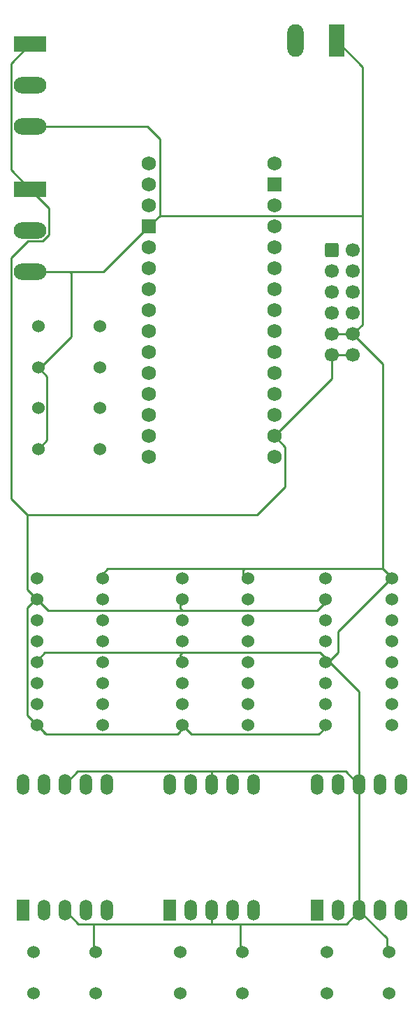
<source format=gbr>
%TF.GenerationSoftware,KiCad,Pcbnew,7.0.10-7.0.10~ubuntu22.04.1*%
%TF.CreationDate,2024-02-07T13:24:05-05:00*%
%TF.ProjectId,CapController,43617043-6f6e-4747-926f-6c6c65722e6b,rev?*%
%TF.SameCoordinates,Original*%
%TF.FileFunction,Copper,L2,Bot*%
%TF.FilePolarity,Positive*%
%FSLAX46Y46*%
G04 Gerber Fmt 4.6, Leading zero omitted, Abs format (unit mm)*
G04 Created by KiCad (PCBNEW 7.0.10-7.0.10~ubuntu22.04.1) date 2024-02-07 13:24:05*
%MOMM*%
%LPD*%
G01*
G04 APERTURE LIST*
G04 Aperture macros list*
%AMRoundRect*
0 Rectangle with rounded corners*
0 $1 Rounding radius*
0 $2 $3 $4 $5 $6 $7 $8 $9 X,Y pos of 4 corners*
0 Add a 4 corners polygon primitive as box body*
4,1,4,$2,$3,$4,$5,$6,$7,$8,$9,$2,$3,0*
0 Add four circle primitives for the rounded corners*
1,1,$1+$1,$2,$3*
1,1,$1+$1,$4,$5*
1,1,$1+$1,$6,$7*
1,1,$1+$1,$8,$9*
0 Add four rect primitives between the rounded corners*
20,1,$1+$1,$2,$3,$4,$5,0*
20,1,$1+$1,$4,$5,$6,$7,0*
20,1,$1+$1,$6,$7,$8,$9,0*
20,1,$1+$1,$8,$9,$2,$3,0*%
G04 Aperture macros list end*
%TA.AperFunction,ComponentPad*%
%ADD10R,3.960000X1.980000*%
%TD*%
%TA.AperFunction,ComponentPad*%
%ADD11O,3.960000X1.980000*%
%TD*%
%TA.AperFunction,ComponentPad*%
%ADD12R,1.980000X3.960000*%
%TD*%
%TA.AperFunction,ComponentPad*%
%ADD13O,1.980000X3.960000*%
%TD*%
%TA.AperFunction,ComponentPad*%
%ADD14C,1.524000*%
%TD*%
%TA.AperFunction,ComponentPad*%
%ADD15R,1.524000X2.524000*%
%TD*%
%TA.AperFunction,ComponentPad*%
%ADD16O,1.524000X2.524000*%
%TD*%
%TA.AperFunction,ComponentPad*%
%ADD17C,1.727200*%
%TD*%
%TA.AperFunction,ComponentPad*%
%ADD18R,1.727200X1.727200*%
%TD*%
%TA.AperFunction,ComponentPad*%
%ADD19RoundRect,0.250000X-0.600000X-0.600000X0.600000X-0.600000X0.600000X0.600000X-0.600000X0.600000X0*%
%TD*%
%TA.AperFunction,ComponentPad*%
%ADD20C,1.700000*%
%TD*%
%TA.AperFunction,Conductor*%
%ADD21C,0.250000*%
%TD*%
G04 APERTURE END LIST*
D10*
%TO.P,Wheel_Pot1,1,Pin_1*%
%TO.N,+5V*%
X183770000Y-51000000D03*
D11*
%TO.P,Wheel_Pot1,2,Pin_2*%
%TO.N,Net-(Wheel_Pot1-Pin_2)*%
X183770000Y-56000000D03*
%TO.P,Wheel_Pot1,3,Pin_3*%
%TO.N,GND*%
X183770000Y-61000000D03*
%TD*%
D12*
%TO.P,Power_Terminal1,1,Pin_1*%
%TO.N,GND*%
X220900000Y-33020000D03*
D13*
%TO.P,Power_Terminal1,2,Pin_2*%
%TO.N,Net-(Power_Terminal1-Pin_2)*%
X215900000Y-33020000D03*
%TD*%
D14*
%TO.P,SW_Stop_Reset1,1,1*%
%TO.N,Net-(Nano_33_IoT1-PadD9)*%
X192250000Y-72630000D03*
%TO.P,SW_Stop_Reset1,2,2*%
%TO.N,unconnected-(SW_Stop_Reset1-Pad2)*%
X192250000Y-67630000D03*
%TO.P,SW_Stop_Reset1,3,K*%
%TO.N,unconnected-(SW_Stop_Reset1-K-Pad3)*%
X184750000Y-67630000D03*
%TO.P,SW_Stop_Reset1,4,A*%
%TO.N,GND*%
X184750000Y-72630000D03*
%TD*%
%TO.P,SW_Car2,1,1*%
%TO.N,Net-(Nano_33_IoT1-D12_MISO)*%
X202010000Y-143500000D03*
%TO.P,SW_Car2,2,2*%
%TO.N,unconnected-(SW_Car2-Pad2)*%
X202010000Y-148500000D03*
%TO.P,SW_Car2,3,K*%
%TO.N,unconnected-(SW_Car2-K-Pad3)*%
X209510000Y-148500000D03*
%TO.P,SW_Car2,4,A*%
%TO.N,GND*%
X209510000Y-143500000D03*
%TD*%
%TO.P,SW_Car1,1,1*%
%TO.N,Net-(Nano_33_IoT1-D11_MOSI)*%
X184190000Y-143500000D03*
%TO.P,SW_Car1,2,2*%
%TO.N,unconnected-(SW_Car1-Pad2)*%
X184190000Y-148500000D03*
%TO.P,SW_Car1,3,K*%
%TO.N,unconnected-(SW_Car1-K-Pad3)*%
X191690000Y-148500000D03*
%TO.P,SW_Car1,4,A*%
%TO.N,GND*%
X191690000Y-143500000D03*
%TD*%
D15*
%TO.P,7_Seg_Dis_3,1,e*%
%TO.N,Net-(7_Seg_Dis_3-e)*%
X218590000Y-138410000D03*
D16*
%TO.P,7_Seg_Dis_3,2,d*%
%TO.N,Net-(7_Seg_Dis_3-d)*%
X221130000Y-138410000D03*
%TO.P,7_Seg_Dis_3,3,C.A.*%
%TO.N,GND*%
X223670000Y-138410000D03*
%TO.P,7_Seg_Dis_3,4,c*%
%TO.N,Net-(7_Seg_Dis_3-c)*%
X226210000Y-138410000D03*
%TO.P,7_Seg_Dis_3,5,DP*%
%TO.N,unconnected-(7_Seg_Dis_3-DP-Pad5)*%
X228750000Y-138410000D03*
%TO.P,7_Seg_Dis_3,6,b*%
%TO.N,Net-(7_Seg_Dis_3-b)*%
X228750000Y-123170000D03*
%TO.P,7_Seg_Dis_3,7,a*%
%TO.N,Net-(7_Seg_Dis_3-a)*%
X226210000Y-123170000D03*
%TO.P,7_Seg_Dis_3,8,C.A.*%
%TO.N,GND*%
X223670000Y-123170000D03*
%TO.P,7_Seg_Dis_3,9,f*%
%TO.N,Net-(7_Seg_Dis_3-f)*%
X221130000Y-123170000D03*
%TO.P,7_Seg_Dis_3,10,g*%
%TO.N,Net-(7_Seg_Dis_3-g)*%
X218590000Y-123170000D03*
%TD*%
D14*
%TO.P,SW_Start1,1,1*%
%TO.N,Net-(Nano_33_IoT1-PadD10)*%
X192250000Y-82500000D03*
%TO.P,SW_Start1,2,2*%
%TO.N,unconnected-(SW_Start1-Pad2)*%
X192250000Y-77500000D03*
%TO.P,SW_Start1,3,K*%
%TO.N,unconnected-(SW_Start1-K-Pad3)*%
X184750000Y-77500000D03*
%TO.P,SW_Start1,4,A*%
%TO.N,GND*%
X184750000Y-82500000D03*
%TD*%
D10*
%TO.P,Trigger_Pot1,1,Pin_1*%
%TO.N,+5V*%
X183760000Y-33455000D03*
D11*
%TO.P,Trigger_Pot1,2,Pin_2*%
%TO.N,Net-(Trigger_Pot1-Pin_2)*%
X183760000Y-38455000D03*
%TO.P,Trigger_Pot1,3,Pin_3*%
%TO.N,GND*%
X183760000Y-43455000D03*
%TD*%
D17*
%TO.P,Nano_33_IoT1,3V3,3.3V*%
%TO.N,+5V*%
X213360000Y-80970000D03*
%TO.P,Nano_33_IoT1,5V,5V*%
%TO.N,unconnected-(Nano_33_IoT1-Pad5V)*%
X213360000Y-55570000D03*
%TO.P,Nano_33_IoT1,A0,A0/DAC*%
%TO.N,Net-(Nano_33_IoT1-A0{slash}DAC)*%
X213360000Y-75890000D03*
%TO.P,Nano_33_IoT1,A1,A1*%
%TO.N,Net-(PMOD_Connector1-Pin_4)*%
X213360000Y-73350000D03*
%TO.P,Nano_33_IoT1,A2,A2*%
%TO.N,Net-(PMOD_Connector1-Pin_6)*%
X213360000Y-70810000D03*
%TO.P,Nano_33_IoT1,A3,A3*%
%TO.N,Net-(PMOD_Connector1-Pin_8)*%
X213360000Y-68270000D03*
%TO.P,Nano_33_IoT1,A4,A4/SDA*%
%TO.N,Net-(Nano_33_IoT1-A4{slash}SDA)*%
X213360000Y-65730000D03*
%TO.P,Nano_33_IoT1,A5,A5/SCL*%
%TO.N,Net-(Nano_33_IoT1-A5{slash}SCL)*%
X213360000Y-63190000D03*
%TO.P,Nano_33_IoT1,A6,A6*%
%TO.N,Net-(PMOD_Connector1-Pin_3)*%
X213360000Y-60650000D03*
%TO.P,Nano_33_IoT1,A7,A7*%
%TO.N,Net-(PMOD_Connector1-Pin_1)*%
X213360000Y-58110000D03*
%TO.P,Nano_33_IoT1,AREF,AREF*%
%TO.N,unconnected-(Nano_33_IoT1-PadAREF)*%
X213360000Y-78430000D03*
%TO.P,Nano_33_IoT1,D0,D0/RX*%
%TO.N,unconnected-(Nano_33_IoT1-D0{slash}RX-PadD0)*%
X198120000Y-50490000D03*
%TO.P,Nano_33_IoT1,D1,D1/TX*%
%TO.N,unconnected-(Nano_33_IoT1-D1{slash}TX-PadD1)*%
X198120000Y-47950000D03*
%TO.P,Nano_33_IoT1,D2,D2*%
%TO.N,unconnected-(Nano_33_IoT1-PadD2)*%
X198120000Y-58110000D03*
%TO.P,Nano_33_IoT1,D3,D3*%
%TO.N,unconnected-(Nano_33_IoT1-PadD3)*%
X198120000Y-60650000D03*
%TO.P,Nano_33_IoT1,D4,D4*%
%TO.N,/LED_Data_In*%
X198120000Y-63190000D03*
%TO.P,Nano_33_IoT1,D5,D5*%
%TO.N,/LED_Data_In_CLK*%
X198120000Y-65730000D03*
%TO.P,Nano_33_IoT1,D6,D6*%
%TO.N,/LED_Store_CLK*%
X198120000Y-68270000D03*
%TO.P,Nano_33_IoT1,D7,D7*%
%TO.N,Net-(Trigger_Pot1-Pin_2)*%
X198120000Y-70810000D03*
%TO.P,Nano_33_IoT1,D8,D8*%
%TO.N,Net-(Wheel_Pot1-Pin_2)*%
X198120000Y-73350000D03*
%TO.P,Nano_33_IoT1,D9,D9*%
%TO.N,Net-(Nano_33_IoT1-PadD9)*%
X198120000Y-75890000D03*
%TO.P,Nano_33_IoT1,D10,D10*%
%TO.N,Net-(Nano_33_IoT1-PadD10)*%
X198120000Y-78430000D03*
%TO.P,Nano_33_IoT1,D11,D11_MOSI*%
%TO.N,Net-(Nano_33_IoT1-D11_MOSI)*%
X198120000Y-80970000D03*
%TO.P,Nano_33_IoT1,D12,D12_MISO*%
%TO.N,Net-(Nano_33_IoT1-D12_MISO)*%
X198120000Y-83510000D03*
%TO.P,Nano_33_IoT1,D13,D13_SCK*%
%TO.N,Net-(Nano_33_IoT1-D13_SCK)*%
X213360000Y-83510000D03*
D18*
%TO.P,Nano_33_IoT1,GND1,GND*%
%TO.N,GND*%
X198120000Y-55570000D03*
%TO.P,Nano_33_IoT1,GND2,GND*%
%TO.N,unconnected-(Nano_33_IoT1-GND-PadGND2)*%
X213360000Y-50490000D03*
D17*
%TO.P,Nano_33_IoT1,RST1,RESET*%
%TO.N,unconnected-(Nano_33_IoT1-RESET-PadRST1)*%
X198120000Y-53030000D03*
%TO.P,Nano_33_IoT1,RST2,RESET*%
%TO.N,unconnected-(Nano_33_IoT1-RESET-PadRST2)*%
X213360000Y-53030000D03*
%TO.P,Nano_33_IoT1,VIN,VIN*%
%TO.N,Net-(Power_Terminal1-Pin_2)*%
X213360000Y-47950000D03*
%TD*%
D14*
%TO.P,Shift_Reg_1,1,QB*%
%TO.N,Net-(7_Seg_Dis_1-a)*%
X192600000Y-116010000D03*
%TO.P,Shift_Reg_1,2,QC*%
%TO.N,Net-(7_Seg_Dis_1-b)*%
X192600000Y-113470000D03*
%TO.P,Shift_Reg_1,3,QD*%
%TO.N,Net-(7_Seg_Dis_1-c)*%
X192600000Y-110930000D03*
%TO.P,Shift_Reg_1,4,QE*%
%TO.N,Net-(7_Seg_Dis_1-d)*%
X192600000Y-108390000D03*
%TO.P,Shift_Reg_1,5,QF*%
%TO.N,Net-(7_Seg_Dis_1-e)*%
X192600000Y-105850000D03*
%TO.P,Shift_Reg_1,6,QG*%
%TO.N,Net-(7_Seg_Dis_1-f)*%
X192600000Y-103310000D03*
%TO.P,Shift_Reg_1,7,QH*%
%TO.N,Net-(7_Seg_Dis_1-g)*%
X192600000Y-100770000D03*
%TO.P,Shift_Reg_1,8,GND*%
%TO.N,GND*%
X192600000Y-98230000D03*
%TO.P,Shift_Reg_1,9,QH'*%
%TO.N,Net-(Shift_Reg_1-QH')*%
X184600000Y-98230000D03*
%TO.P,Shift_Reg_1,10,~{SRCLR}*%
%TO.N,+5V*%
X184600000Y-100770000D03*
%TO.P,Shift_Reg_1,11,SRCLK*%
%TO.N,/LED_Data_In_CLK*%
X184600000Y-103310000D03*
%TO.P,Shift_Reg_1,12,RCLK*%
%TO.N,/LED_Store_CLK*%
X184600000Y-105850000D03*
%TO.P,Shift_Reg_1,13,~{OE}*%
%TO.N,GND*%
X184600000Y-108390000D03*
%TO.P,Shift_Reg_1,14,SER*%
%TO.N,/LED_Data_In*%
X184600000Y-110930000D03*
%TO.P,Shift_Reg_1,15,QA*%
%TO.N,unconnected-(Shift_Reg_1-QA-Pad15)*%
X184600000Y-113470000D03*
%TO.P,Shift_Reg_1,16,VCC*%
%TO.N,+5V*%
X184600000Y-116010000D03*
%TD*%
D15*
%TO.P,7_Seg_Dis_2,1,e*%
%TO.N,Net-(7_Seg_Dis_2-e)*%
X200660000Y-138410000D03*
D16*
%TO.P,7_Seg_Dis_2,2,d*%
%TO.N,Net-(7_Seg_Dis_2-d)*%
X203200000Y-138410000D03*
%TO.P,7_Seg_Dis_2,3,C.A.*%
%TO.N,GND*%
X205740000Y-138410000D03*
%TO.P,7_Seg_Dis_2,4,c*%
%TO.N,Net-(7_Seg_Dis_2-c)*%
X208280000Y-138410000D03*
%TO.P,7_Seg_Dis_2,5,DP*%
%TO.N,unconnected-(7_Seg_Dis_2-DP-Pad5)*%
X210820000Y-138410000D03*
%TO.P,7_Seg_Dis_2,6,b*%
%TO.N,Net-(7_Seg_Dis_2-b)*%
X210820000Y-123170000D03*
%TO.P,7_Seg_Dis_2,7,a*%
%TO.N,Net-(7_Seg_Dis_2-a)*%
X208280000Y-123170000D03*
%TO.P,7_Seg_Dis_2,8,C.A.*%
%TO.N,GND*%
X205740000Y-123170000D03*
%TO.P,7_Seg_Dis_2,9,f*%
%TO.N,Net-(7_Seg_Dis_2-f)*%
X203200000Y-123170000D03*
%TO.P,7_Seg_Dis_2,10,g*%
%TO.N,Net-(7_Seg_Dis_2-g)*%
X200660000Y-123170000D03*
%TD*%
D14*
%TO.P,Shift_Reg_2,1,QB*%
%TO.N,Net-(7_Seg_Dis_2-a)*%
X210200000Y-116010000D03*
%TO.P,Shift_Reg_2,2,QC*%
%TO.N,Net-(7_Seg_Dis_2-b)*%
X210200000Y-113470000D03*
%TO.P,Shift_Reg_2,3,QD*%
%TO.N,Net-(7_Seg_Dis_2-c)*%
X210200000Y-110930000D03*
%TO.P,Shift_Reg_2,4,QE*%
%TO.N,Net-(7_Seg_Dis_2-d)*%
X210200000Y-108390000D03*
%TO.P,Shift_Reg_2,5,QF*%
%TO.N,Net-(7_Seg_Dis_2-e)*%
X210200000Y-105850000D03*
%TO.P,Shift_Reg_2,6,QG*%
%TO.N,Net-(7_Seg_Dis_2-f)*%
X210200000Y-103310000D03*
%TO.P,Shift_Reg_2,7,QH*%
%TO.N,Net-(7_Seg_Dis_2-g)*%
X210200000Y-100770000D03*
%TO.P,Shift_Reg_2,8,GND*%
%TO.N,GND*%
X210200000Y-98230000D03*
%TO.P,Shift_Reg_2,9,QH'*%
%TO.N,Net-(Shift_Reg_2-QH')*%
X202200000Y-98230000D03*
%TO.P,Shift_Reg_2,10,~{SRCLR}*%
%TO.N,+5V*%
X202200000Y-100770000D03*
%TO.P,Shift_Reg_2,11,SRCLK*%
%TO.N,/LED_Data_In_CLK*%
X202200000Y-103310000D03*
%TO.P,Shift_Reg_2,12,RCLK*%
%TO.N,/LED_Store_CLK*%
X202200000Y-105850000D03*
%TO.P,Shift_Reg_2,13,~{OE}*%
%TO.N,GND*%
X202200000Y-108390000D03*
%TO.P,Shift_Reg_2,14,SER*%
%TO.N,Net-(Shift_Reg_1-QH')*%
X202200000Y-110930000D03*
%TO.P,Shift_Reg_2,15,QA*%
%TO.N,unconnected-(Shift_Reg_2-QA-Pad15)*%
X202200000Y-113470000D03*
%TO.P,Shift_Reg_2,16,VCC*%
%TO.N,+5V*%
X202200000Y-116010000D03*
%TD*%
D15*
%TO.P,7_Seg_Dis_1,1,e*%
%TO.N,Net-(7_Seg_Dis_1-e)*%
X182880000Y-138410000D03*
D16*
%TO.P,7_Seg_Dis_1,2,d*%
%TO.N,Net-(7_Seg_Dis_1-d)*%
X185420000Y-138410000D03*
%TO.P,7_Seg_Dis_1,3,C.A.*%
%TO.N,GND*%
X187960000Y-138410000D03*
%TO.P,7_Seg_Dis_1,4,c*%
%TO.N,Net-(7_Seg_Dis_1-c)*%
X190500000Y-138410000D03*
%TO.P,7_Seg_Dis_1,5,DP*%
%TO.N,unconnected-(7_Seg_Dis_1-DP-Pad5)*%
X193040000Y-138410000D03*
%TO.P,7_Seg_Dis_1,6,b*%
%TO.N,Net-(7_Seg_Dis_1-b)*%
X193040000Y-123170000D03*
%TO.P,7_Seg_Dis_1,7,a*%
%TO.N,Net-(7_Seg_Dis_1-a)*%
X190500000Y-123170000D03*
%TO.P,7_Seg_Dis_1,8,C.A.*%
%TO.N,GND*%
X187960000Y-123170000D03*
%TO.P,7_Seg_Dis_1,9,f*%
%TO.N,Net-(7_Seg_Dis_1-f)*%
X185420000Y-123170000D03*
%TO.P,7_Seg_Dis_1,10,g*%
%TO.N,Net-(7_Seg_Dis_1-g)*%
X182880000Y-123170000D03*
%TD*%
D14*
%TO.P,SW_Car3,1,1*%
%TO.N,Net-(Nano_33_IoT1-D13_SCK)*%
X219750000Y-143500000D03*
%TO.P,SW_Car3,2,2*%
%TO.N,unconnected-(SW_Car3-Pad2)*%
X219750000Y-148500000D03*
%TO.P,SW_Car3,3,K*%
%TO.N,unconnected-(SW_Car3-K-Pad3)*%
X227250000Y-148500000D03*
%TO.P,SW_Car3,4,A*%
%TO.N,GND*%
X227250000Y-143500000D03*
%TD*%
%TO.P,Shift_Reg_3,1,QB*%
%TO.N,Net-(7_Seg_Dis_3-a)*%
X227600000Y-116010000D03*
%TO.P,Shift_Reg_3,2,QC*%
%TO.N,Net-(7_Seg_Dis_3-b)*%
X227600000Y-113470000D03*
%TO.P,Shift_Reg_3,3,QD*%
%TO.N,Net-(7_Seg_Dis_3-c)*%
X227600000Y-110930000D03*
%TO.P,Shift_Reg_3,4,QE*%
%TO.N,Net-(7_Seg_Dis_3-d)*%
X227600000Y-108390000D03*
%TO.P,Shift_Reg_3,5,QF*%
%TO.N,Net-(7_Seg_Dis_3-e)*%
X227600000Y-105850000D03*
%TO.P,Shift_Reg_3,6,QG*%
%TO.N,Net-(7_Seg_Dis_3-f)*%
X227600000Y-103310000D03*
%TO.P,Shift_Reg_3,7,QH*%
%TO.N,Net-(7_Seg_Dis_3-g)*%
X227600000Y-100770000D03*
%TO.P,Shift_Reg_3,8,GND*%
%TO.N,GND*%
X227600000Y-98230000D03*
%TO.P,Shift_Reg_3,9,QH'*%
%TO.N,unconnected-(Shift_Reg_3-QH'-Pad9)*%
X219600000Y-98230000D03*
%TO.P,Shift_Reg_3,10,~{SRCLR}*%
%TO.N,+5V*%
X219600000Y-100770000D03*
%TO.P,Shift_Reg_3,11,SRCLK*%
%TO.N,/LED_Data_In_CLK*%
X219600000Y-103310000D03*
%TO.P,Shift_Reg_3,12,RCLK*%
%TO.N,/LED_Store_CLK*%
X219600000Y-105850000D03*
%TO.P,Shift_Reg_3,13,~{OE}*%
%TO.N,GND*%
X219600000Y-108390000D03*
%TO.P,Shift_Reg_3,14,SER*%
%TO.N,Net-(Shift_Reg_2-QH')*%
X219600000Y-110930000D03*
%TO.P,Shift_Reg_3,15,QA*%
%TO.N,unconnected-(Shift_Reg_3-QA-Pad15)*%
X219600000Y-113470000D03*
%TO.P,Shift_Reg_3,16,VCC*%
%TO.N,+5V*%
X219600000Y-116010000D03*
%TD*%
D19*
%TO.P,PMOD_Connector1,1,Pin_1*%
%TO.N,Net-(PMOD_Connector1-Pin_1)*%
X220362500Y-58440000D03*
D20*
%TO.P,PMOD_Connector1,2,Pin_2*%
%TO.N,Net-(Nano_33_IoT1-A0{slash}DAC)*%
X222902500Y-58440000D03*
%TO.P,PMOD_Connector1,3,Pin_3*%
%TO.N,Net-(PMOD_Connector1-Pin_3)*%
X220362500Y-60980000D03*
%TO.P,PMOD_Connector1,4,Pin_4*%
%TO.N,Net-(PMOD_Connector1-Pin_4)*%
X222902500Y-60980000D03*
%TO.P,PMOD_Connector1,5,Pin_5*%
%TO.N,Net-(Nano_33_IoT1-A5{slash}SCL)*%
X220362500Y-63520000D03*
%TO.P,PMOD_Connector1,6,Pin_6*%
%TO.N,Net-(PMOD_Connector1-Pin_6)*%
X222902500Y-63520000D03*
%TO.P,PMOD_Connector1,7,Pin_7*%
%TO.N,Net-(Nano_33_IoT1-A4{slash}SDA)*%
X220362500Y-66060000D03*
%TO.P,PMOD_Connector1,8,Pin_8*%
%TO.N,Net-(PMOD_Connector1-Pin_8)*%
X222902500Y-66060000D03*
%TO.P,PMOD_Connector1,9,Pin_9*%
%TO.N,GND*%
X220362500Y-68600000D03*
%TO.P,PMOD_Connector1,10,Pin_10*%
X222902500Y-68600000D03*
%TO.P,PMOD_Connector1,11,Pin_11*%
%TO.N,+5V*%
X220362500Y-71140000D03*
%TO.P,PMOD_Connector1,12,Pin_12*%
X222902500Y-71140000D03*
%TD*%
D21*
%TO.N,GND*%
X222902500Y-68600000D02*
X226523000Y-72220500D01*
X226523000Y-97003000D02*
X227610000Y-98090000D01*
X205740000Y-123170000D02*
X205740000Y-121593000D01*
X224077500Y-67425000D02*
X222902500Y-68600000D01*
X192110000Y-98090000D02*
X193197000Y-97003000D01*
X222003000Y-121583000D02*
X223670000Y-123250000D01*
X198120000Y-55570000D02*
X199471400Y-54218600D01*
X199471400Y-44958278D02*
X197968122Y-43455000D01*
X188550000Y-61000000D02*
X183770000Y-61000000D01*
X192690000Y-61000000D02*
X198120000Y-55570000D01*
X224046100Y-54218600D02*
X224077500Y-54250000D01*
X188750000Y-61200000D02*
X188550000Y-61000000D01*
X224077500Y-36197500D02*
X224077500Y-54250000D01*
X218903000Y-107163000D02*
X219990000Y-108250000D01*
X201990000Y-107423000D02*
X202250000Y-107163000D01*
X188750000Y-61200000D02*
X188750000Y-61000000D01*
X209260000Y-140087000D02*
X209250000Y-140077000D01*
X223670000Y-111930000D02*
X223670000Y-123250000D01*
X205740000Y-138410000D02*
X205740000Y-140067000D01*
X209260000Y-143500000D02*
X209260000Y-140087000D01*
X191440000Y-140137000D02*
X191500000Y-140077000D01*
X188750000Y-61000000D02*
X192690000Y-61000000D01*
X197968122Y-43455000D02*
X183760000Y-43455000D01*
X191440000Y-143500000D02*
X191440000Y-140137000D01*
X205750000Y-121583000D02*
X222003000Y-121583000D01*
X184490000Y-108250000D02*
X185577000Y-107163000D01*
X201990000Y-108250000D02*
X201990000Y-107423000D01*
X189627000Y-140077000D02*
X191500000Y-140077000D01*
X222902500Y-68600000D02*
X220362500Y-68600000D01*
X209750000Y-97003000D02*
X226523000Y-97003000D01*
X220900000Y-33020000D02*
X224077500Y-36197500D01*
X185577000Y-107163000D02*
X202250000Y-107163000D01*
X226523000Y-72220500D02*
X226523000Y-97003000D01*
X189547000Y-121583000D02*
X205750000Y-121583000D01*
X219990000Y-108250000D02*
X221077000Y-107163000D01*
X191500000Y-140077000D02*
X205750000Y-140077000D01*
X202250000Y-107163000D02*
X218903000Y-107163000D01*
X199471400Y-54218600D02*
X199471400Y-44958278D01*
X209250000Y-140077000D02*
X222083000Y-140077000D01*
X219990000Y-108250000D02*
X223670000Y-111930000D01*
X185837000Y-81413000D02*
X185837000Y-73717000D01*
X193197000Y-97003000D02*
X209750000Y-97003000D01*
X221077000Y-107163000D02*
X221077000Y-104623000D01*
X187960000Y-138410000D02*
X189627000Y-140077000D01*
X185000000Y-72630000D02*
X188750000Y-68880000D01*
X184750000Y-82500000D02*
X185837000Y-81413000D01*
X221077000Y-104623000D02*
X227610000Y-98090000D01*
X209610000Y-98090000D02*
X209610000Y-97143000D01*
X187960000Y-123170000D02*
X189547000Y-121583000D01*
X227000000Y-143500000D02*
X227000000Y-141820000D01*
X185837000Y-73717000D02*
X184750000Y-72630000D01*
X224077500Y-54250000D02*
X224077500Y-67425000D01*
X223670000Y-123170000D02*
X223670000Y-138410000D01*
X199471400Y-54218600D02*
X224046100Y-54218600D01*
X205740000Y-140067000D02*
X205750000Y-140077000D01*
X205740000Y-121593000D02*
X205750000Y-121583000D01*
X209610000Y-97143000D02*
X209750000Y-97003000D01*
X188750000Y-68880000D02*
X188750000Y-61200000D01*
X205750000Y-140077000D02*
X209250000Y-140077000D01*
X222083000Y-140077000D02*
X223670000Y-138490000D01*
X227000000Y-141820000D02*
X223670000Y-138490000D01*
%TO.N,+5V*%
X220362500Y-73967500D02*
X213360000Y-80970000D01*
X184490000Y-115870000D02*
X183403000Y-114783000D01*
X183485000Y-57315000D02*
X181465000Y-59335000D01*
X201990000Y-116717000D02*
X201610000Y-117097000D01*
X201990000Y-115870000D02*
X201990000Y-116717000D01*
X203287000Y-117097000D02*
X202200000Y-116010000D01*
X186075000Y-53305000D02*
X186075000Y-56544691D01*
X214635000Y-87115000D02*
X211250000Y-90500000D01*
X185304691Y-57315000D02*
X183485000Y-57315000D01*
X201990000Y-101823000D02*
X202250000Y-102083000D01*
X213360000Y-80970000D02*
X214635000Y-82245000D01*
X186075000Y-56544691D02*
X185304691Y-57315000D01*
X184490000Y-100630000D02*
X183403000Y-99543000D01*
X211250000Y-90500000D02*
X183403000Y-90500000D01*
X183403000Y-99543000D02*
X183403000Y-90500000D01*
X183770000Y-51000000D02*
X186075000Y-53305000D01*
X183403000Y-101717000D02*
X184490000Y-100630000D01*
X220362500Y-71140000D02*
X222902500Y-71140000D01*
X219990000Y-100630000D02*
X218537000Y-102083000D01*
X185687000Y-117097000D02*
X184600000Y-116010000D01*
X201610000Y-117097000D02*
X185687000Y-117097000D01*
X202250000Y-102083000D02*
X185943000Y-102083000D01*
X181465000Y-59335000D02*
X181465000Y-88562000D01*
X185577000Y-116957000D02*
X184490000Y-115870000D01*
X183403000Y-114783000D02*
X183403000Y-101717000D01*
X181465000Y-88562000D02*
X183403000Y-90500000D01*
X218763000Y-117097000D02*
X203287000Y-117097000D01*
X183770000Y-51000000D02*
X181455000Y-48685000D01*
X214635000Y-82245000D02*
X214635000Y-87115000D01*
X218537000Y-102083000D02*
X202250000Y-102083000D01*
X201990000Y-100630000D02*
X201990000Y-101823000D01*
X185943000Y-102083000D02*
X184490000Y-100630000D01*
X220362500Y-71140000D02*
X220362500Y-73967500D01*
X219990000Y-115870000D02*
X218763000Y-117097000D01*
X181455000Y-35760000D02*
X183760000Y-33455000D01*
X181455000Y-48685000D02*
X181455000Y-35760000D01*
%TD*%
M02*

</source>
